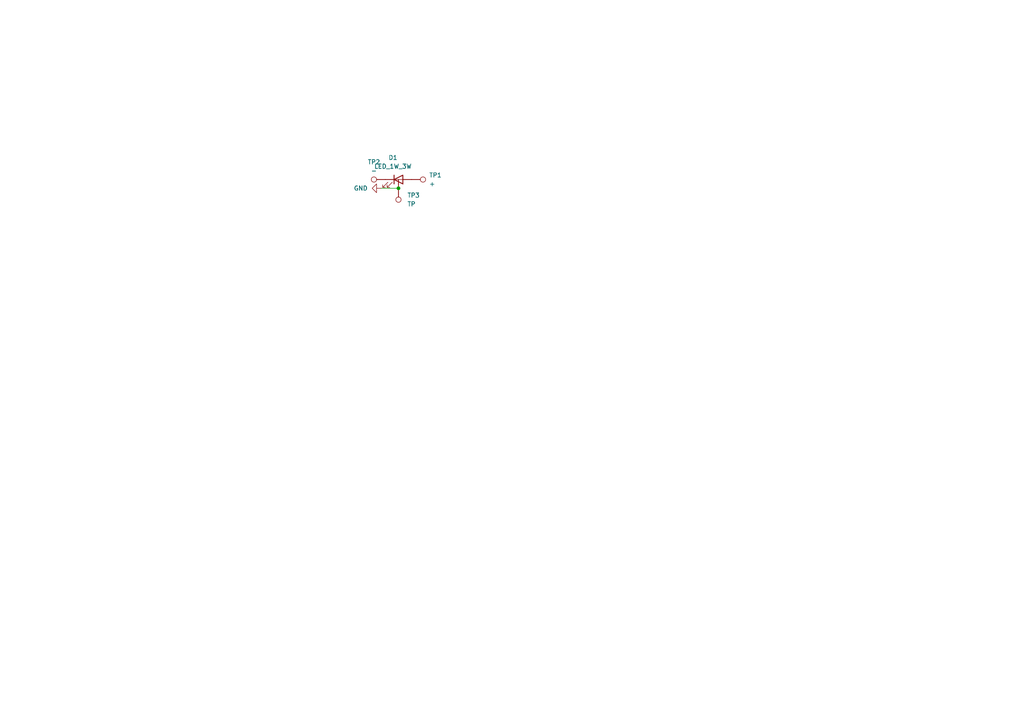
<source format=kicad_sch>
(kicad_sch (version 20231120) (generator "eeschema") (generator_version "8.0")
  (paper "A4")
  (lib_symbols
    (symbol "Connector:TestPoint" (pin_numbers hide) (pin_names (offset 0.762) hide)
      (property "Reference" "TP" (at 0 6.858 0))
      (property "Value" "TestPoint" (at 0 5.08 0))
      (symbol "TestPoint_0_1"
        (circle (center 0 3.302) (radius 0.762))
      )
      (symbol "TestPoint_1_1"
        (pin passive line (at 0 0 90) (length 2.54) (name "1") (number "1"))
      )
    )
    (symbol "cnhardware:LED_1W_3W" (pin_numbers hide) (pin_names (offset 1.016) hide)
      (property "Reference" "D?" (at -0.3174 -3.81 90))
      (property "Value" "LED_1W_3W" (at -2.8574 -3.81 90))
      (symbol "LED_1W_3W_0_1"
        (polyline (pts (xy -1.27 -1.27) (xy -1.27 1.27)) (stroke (width 0.254)))
        (polyline (pts (xy -1.27 0) (xy 1.27 0)))
        (polyline (pts (xy 1.27 -1.27) (xy 1.27 1.27) (xy -1.27 0) (xy 1.27 -1.27)) (stroke (width 0.254)))
        (polyline (pts (xy -3.048 -0.762) (xy -4.572 -2.286) (xy -3.81 -2.286) (xy -4.572 -2.286) (xy -4.572 -1.524)))
        (polyline (pts (xy -1.778 -0.762) (xy -3.302 -2.286) (xy -2.54 -2.286) (xy -3.302 -2.286) (xy -3.302 -1.524)))
      )
      (symbol "LED_1W_3W_1_1"
        (pin passive line (at -3.81 0 0) (length 2.54) (name "K") (number "1"))
        (pin passive line (at 3.81 0 180) (length 2.54) (name "A") (number "2"))
        (pin bidirectional line (at 0 -2.54 90) (length 2.54) (name "PAD") (number "3"))
      )
    )
    (symbol "power:GND" (power) (pin_numbers hide) (pin_names (offset 0) hide)
      (property "Value" "GND" (at 0 -3.81 0))
      (symbol "GND_0_1"
        (polyline (pts (xy 0 0) (xy 0 -1.27) (xy 1.27 -1.27) (xy 0 -2.54) (xy -1.27 -1.27) (xy 0 -1.27)))
      )
      (symbol "GND_1_1"
        (pin power_in line (at 0 0 270) (length 0) (name "~") (number "1"))
      )
    )
  )
  (junction (at 115.57 54.61))
  (wire (pts (xy 110.49 54.61) (xy 115.57 54.61)))
  (symbol (lib_id "Connector:TestPoint") (at 115.57 54.61 180) (unit 1)
    (property "Reference" "TP3" (at 118.11 56.6419 0) (effects (justify right)))
    (property "Value" "TP" (at 118.11 59.1819 0) (effects (justify right)))
    (property "Footprint" "TestPoint:TestPoint_Pad_D2.0mm" (effects (hide yes)))
    (property "Description" "test point" (effects (hide yes)))
  )
  (symbol (lib_id "power:GND") (at 110.49 54.61 270) (unit 1)
    (property "Reference" "#PWR01" (effects (hide yes)))
    (property "Value" "GND" (at 106.68 54.6099 90) (effects (justify right)))
    (property "Description" "Power symbol creates a global label with name \"GND\" , ground" (effects (hide yes)))
  )
  (symbol (lib_id "Connector:TestPoint") (at 111.76 52.07 90) (unit 1)
    (property "Reference" "TP2" (at 108.458 46.99 90))
    (property "Value" "-" (at 108.458 49.53 90))
    (property "Footprint" "TestPoint:TestPoint_Pad_D2.0mm" (effects (hide yes)))
    (property "Description" "test point" (effects (hide yes)))
  )
  (symbol (lib_id "Connector:TestPoint") (at 119.38 52.07 270) (unit 1)
    (property "Reference" "TP1" (at 124.46 50.7999 90) (effects (justify left)))
    (property "Value" "+" (at 124.46 53.3399 90) (effects (justify left)))
    (property "Footprint" "TestPoint:TestPoint_Pad_D2.0mm" (effects (hide yes)))
    (property "Description" "test point" (effects (hide yes)))
  )
  (symbol (lib_id "cnhardware:LED_1W_3W") (at 115.57 52.07 0) (unit 1)
    (property "Reference" "D1" (at 113.9825 45.72 0))
    (property "Value" "LED_1W_3W" (at 113.9825 48.26 0))
    (property "Footprint" "cnhardware:LED_1W_3W_R8-FOR-ALUMINIUM-SUBSTRATE" (effects (hide yes)))
    (property "Description" "Light emitting diode" (effects (hide yes)))
  )
)
</source>
